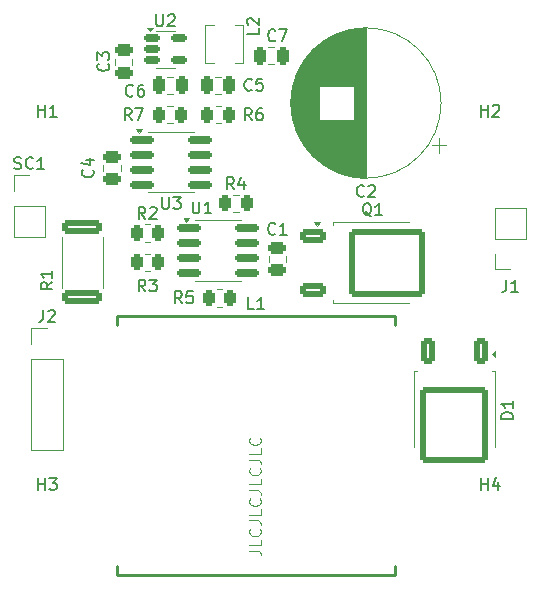
<source format=gbr>
%TF.GenerationSoftware,KiCad,Pcbnew,8.0.5*%
%TF.CreationDate,2024-09-18T15:37:43+10:00*%
%TF.ProjectId,mppt-board,6d707074-2d62-46f6-9172-642e6b696361,rev?*%
%TF.SameCoordinates,Original*%
%TF.FileFunction,Legend,Top*%
%TF.FilePolarity,Positive*%
%FSLAX46Y46*%
G04 Gerber Fmt 4.6, Leading zero omitted, Abs format (unit mm)*
G04 Created by KiCad (PCBNEW 8.0.5) date 2024-09-18 15:37:43*
%MOMM*%
%LPD*%
G01*
G04 APERTURE LIST*
G04 Aperture macros list*
%AMRoundRect*
0 Rectangle with rounded corners*
0 $1 Rounding radius*
0 $2 $3 $4 $5 $6 $7 $8 $9 X,Y pos of 4 corners*
0 Add a 4 corners polygon primitive as box body*
4,1,4,$2,$3,$4,$5,$6,$7,$8,$9,$2,$3,0*
0 Add four circle primitives for the rounded corners*
1,1,$1+$1,$2,$3*
1,1,$1+$1,$4,$5*
1,1,$1+$1,$6,$7*
1,1,$1+$1,$8,$9*
0 Add four rect primitives between the rounded corners*
20,1,$1+$1,$2,$3,$4,$5,0*
20,1,$1+$1,$4,$5,$6,$7,0*
20,1,$1+$1,$6,$7,$8,$9,0*
20,1,$1+$1,$8,$9,$2,$3,0*%
G04 Aperture macros list end*
%ADD10C,0.100000*%
%ADD11C,0.150000*%
%ADD12C,0.250000*%
%ADD13C,0.120000*%
%ADD14R,5.750000X20.000000*%
%ADD15R,1.200000X1.500000*%
%ADD16RoundRect,0.250000X-1.425000X0.362500X-1.425000X-0.362500X1.425000X-0.362500X1.425000X0.362500X0*%
%ADD17RoundRect,0.250000X-0.262500X-0.450000X0.262500X-0.450000X0.262500X0.450000X-0.262500X0.450000X0*%
%ADD18RoundRect,0.250000X0.262500X0.450000X-0.262500X0.450000X-0.262500X-0.450000X0.262500X-0.450000X0*%
%ADD19C,6.400000*%
%ADD20R,2.400000X2.400000*%
%ADD21C,2.400000*%
%ADD22RoundRect,0.150000X-0.825000X-0.150000X0.825000X-0.150000X0.825000X0.150000X-0.825000X0.150000X0*%
%ADD23RoundRect,0.250000X-0.475000X0.250000X-0.475000X-0.250000X0.475000X-0.250000X0.475000X0.250000X0*%
%ADD24RoundRect,0.150000X-0.512500X-0.150000X0.512500X-0.150000X0.512500X0.150000X-0.512500X0.150000X0*%
%ADD25RoundRect,0.250000X0.475000X-0.250000X0.475000X0.250000X-0.475000X0.250000X-0.475000X-0.250000X0*%
%ADD26R,1.700000X1.700000*%
%ADD27O,1.700000X1.700000*%
%ADD28RoundRect,0.250000X-0.250000X-0.475000X0.250000X-0.475000X0.250000X0.475000X-0.250000X0.475000X0*%
%ADD29RoundRect,0.250000X-0.350000X0.850000X-0.350000X-0.850000X0.350000X-0.850000X0.350000X0.850000X0*%
%ADD30RoundRect,0.249997X-2.650003X2.950003X-2.650003X-2.950003X2.650003X-2.950003X2.650003X2.950003X0*%
%ADD31RoundRect,0.250000X0.250000X0.475000X-0.250000X0.475000X-0.250000X-0.475000X0.250000X-0.475000X0*%
%ADD32RoundRect,0.250000X-0.850000X-0.350000X0.850000X-0.350000X0.850000X0.350000X-0.850000X0.350000X0*%
%ADD33RoundRect,0.249997X-2.950003X-2.650003X2.950003X-2.650003X2.950003X2.650003X-2.950003X2.650003X0*%
G04 APERTURE END LIST*
D10*
X83622419Y-95410401D02*
X84336704Y-95410401D01*
X84336704Y-95410401D02*
X84479561Y-95458020D01*
X84479561Y-95458020D02*
X84574800Y-95553258D01*
X84574800Y-95553258D02*
X84622419Y-95696115D01*
X84622419Y-95696115D02*
X84622419Y-95791353D01*
X84622419Y-94458020D02*
X84622419Y-94934210D01*
X84622419Y-94934210D02*
X83622419Y-94934210D01*
X84527180Y-93553258D02*
X84574800Y-93600877D01*
X84574800Y-93600877D02*
X84622419Y-93743734D01*
X84622419Y-93743734D02*
X84622419Y-93838972D01*
X84622419Y-93838972D02*
X84574800Y-93981829D01*
X84574800Y-93981829D02*
X84479561Y-94077067D01*
X84479561Y-94077067D02*
X84384323Y-94124686D01*
X84384323Y-94124686D02*
X84193847Y-94172305D01*
X84193847Y-94172305D02*
X84050990Y-94172305D01*
X84050990Y-94172305D02*
X83860514Y-94124686D01*
X83860514Y-94124686D02*
X83765276Y-94077067D01*
X83765276Y-94077067D02*
X83670038Y-93981829D01*
X83670038Y-93981829D02*
X83622419Y-93838972D01*
X83622419Y-93838972D02*
X83622419Y-93743734D01*
X83622419Y-93743734D02*
X83670038Y-93600877D01*
X83670038Y-93600877D02*
X83717657Y-93553258D01*
X83622419Y-92838972D02*
X84336704Y-92838972D01*
X84336704Y-92838972D02*
X84479561Y-92886591D01*
X84479561Y-92886591D02*
X84574800Y-92981829D01*
X84574800Y-92981829D02*
X84622419Y-93124686D01*
X84622419Y-93124686D02*
X84622419Y-93219924D01*
X84622419Y-91886591D02*
X84622419Y-92362781D01*
X84622419Y-92362781D02*
X83622419Y-92362781D01*
X84527180Y-90981829D02*
X84574800Y-91029448D01*
X84574800Y-91029448D02*
X84622419Y-91172305D01*
X84622419Y-91172305D02*
X84622419Y-91267543D01*
X84622419Y-91267543D02*
X84574800Y-91410400D01*
X84574800Y-91410400D02*
X84479561Y-91505638D01*
X84479561Y-91505638D02*
X84384323Y-91553257D01*
X84384323Y-91553257D02*
X84193847Y-91600876D01*
X84193847Y-91600876D02*
X84050990Y-91600876D01*
X84050990Y-91600876D02*
X83860514Y-91553257D01*
X83860514Y-91553257D02*
X83765276Y-91505638D01*
X83765276Y-91505638D02*
X83670038Y-91410400D01*
X83670038Y-91410400D02*
X83622419Y-91267543D01*
X83622419Y-91267543D02*
X83622419Y-91172305D01*
X83622419Y-91172305D02*
X83670038Y-91029448D01*
X83670038Y-91029448D02*
X83717657Y-90981829D01*
X83622419Y-90267543D02*
X84336704Y-90267543D01*
X84336704Y-90267543D02*
X84479561Y-90315162D01*
X84479561Y-90315162D02*
X84574800Y-90410400D01*
X84574800Y-90410400D02*
X84622419Y-90553257D01*
X84622419Y-90553257D02*
X84622419Y-90648495D01*
X84622419Y-89315162D02*
X84622419Y-89791352D01*
X84622419Y-89791352D02*
X83622419Y-89791352D01*
X84527180Y-88410400D02*
X84574800Y-88458019D01*
X84574800Y-88458019D02*
X84622419Y-88600876D01*
X84622419Y-88600876D02*
X84622419Y-88696114D01*
X84622419Y-88696114D02*
X84574800Y-88838971D01*
X84574800Y-88838971D02*
X84479561Y-88934209D01*
X84479561Y-88934209D02*
X84384323Y-88981828D01*
X84384323Y-88981828D02*
X84193847Y-89029447D01*
X84193847Y-89029447D02*
X84050990Y-89029447D01*
X84050990Y-89029447D02*
X83860514Y-88981828D01*
X83860514Y-88981828D02*
X83765276Y-88934209D01*
X83765276Y-88934209D02*
X83670038Y-88838971D01*
X83670038Y-88838971D02*
X83622419Y-88696114D01*
X83622419Y-88696114D02*
X83622419Y-88600876D01*
X83622419Y-88600876D02*
X83670038Y-88458019D01*
X83670038Y-88458019D02*
X83717657Y-88410400D01*
X83622419Y-87696114D02*
X84336704Y-87696114D01*
X84336704Y-87696114D02*
X84479561Y-87743733D01*
X84479561Y-87743733D02*
X84574800Y-87838971D01*
X84574800Y-87838971D02*
X84622419Y-87981828D01*
X84622419Y-87981828D02*
X84622419Y-88077066D01*
X84622419Y-86743733D02*
X84622419Y-87219923D01*
X84622419Y-87219923D02*
X83622419Y-87219923D01*
X84527180Y-85838971D02*
X84574800Y-85886590D01*
X84574800Y-85886590D02*
X84622419Y-86029447D01*
X84622419Y-86029447D02*
X84622419Y-86124685D01*
X84622419Y-86124685D02*
X84574800Y-86267542D01*
X84574800Y-86267542D02*
X84479561Y-86362780D01*
X84479561Y-86362780D02*
X84384323Y-86410399D01*
X84384323Y-86410399D02*
X84193847Y-86458018D01*
X84193847Y-86458018D02*
X84050990Y-86458018D01*
X84050990Y-86458018D02*
X83860514Y-86410399D01*
X83860514Y-86410399D02*
X83765276Y-86362780D01*
X83765276Y-86362780D02*
X83670038Y-86267542D01*
X83670038Y-86267542D02*
X83622419Y-86124685D01*
X83622419Y-86124685D02*
X83622419Y-86029447D01*
X83622419Y-86029447D02*
X83670038Y-85886590D01*
X83670038Y-85886590D02*
X83717657Y-85838971D01*
D11*
X84033333Y-74954819D02*
X83557143Y-74954819D01*
X83557143Y-74954819D02*
X83557143Y-73954819D01*
X84890476Y-74954819D02*
X84319048Y-74954819D01*
X84604762Y-74954819D02*
X84604762Y-73954819D01*
X84604762Y-73954819D02*
X84509524Y-74097676D01*
X84509524Y-74097676D02*
X84414286Y-74192914D01*
X84414286Y-74192914D02*
X84319048Y-74240533D01*
X84454819Y-51166666D02*
X84454819Y-51642856D01*
X84454819Y-51642856D02*
X83454819Y-51642856D01*
X83550057Y-50880951D02*
X83502438Y-50833332D01*
X83502438Y-50833332D02*
X83454819Y-50738094D01*
X83454819Y-50738094D02*
X83454819Y-50499999D01*
X83454819Y-50499999D02*
X83502438Y-50404761D01*
X83502438Y-50404761D02*
X83550057Y-50357142D01*
X83550057Y-50357142D02*
X83645295Y-50309523D01*
X83645295Y-50309523D02*
X83740533Y-50309523D01*
X83740533Y-50309523D02*
X83883390Y-50357142D01*
X83883390Y-50357142D02*
X84454819Y-50928570D01*
X84454819Y-50928570D02*
X84454819Y-50309523D01*
X66954819Y-72666666D02*
X66478628Y-72999999D01*
X66954819Y-73238094D02*
X65954819Y-73238094D01*
X65954819Y-73238094D02*
X65954819Y-72857142D01*
X65954819Y-72857142D02*
X66002438Y-72761904D01*
X66002438Y-72761904D02*
X66050057Y-72714285D01*
X66050057Y-72714285D02*
X66145295Y-72666666D01*
X66145295Y-72666666D02*
X66288152Y-72666666D01*
X66288152Y-72666666D02*
X66383390Y-72714285D01*
X66383390Y-72714285D02*
X66431009Y-72761904D01*
X66431009Y-72761904D02*
X66478628Y-72857142D01*
X66478628Y-72857142D02*
X66478628Y-73238094D01*
X66954819Y-71714285D02*
X66954819Y-72285713D01*
X66954819Y-71999999D02*
X65954819Y-71999999D01*
X65954819Y-71999999D02*
X66097676Y-72095237D01*
X66097676Y-72095237D02*
X66192914Y-72190475D01*
X66192914Y-72190475D02*
X66240533Y-72285713D01*
X74833333Y-67304819D02*
X74500000Y-66828628D01*
X74261905Y-67304819D02*
X74261905Y-66304819D01*
X74261905Y-66304819D02*
X74642857Y-66304819D01*
X74642857Y-66304819D02*
X74738095Y-66352438D01*
X74738095Y-66352438D02*
X74785714Y-66400057D01*
X74785714Y-66400057D02*
X74833333Y-66495295D01*
X74833333Y-66495295D02*
X74833333Y-66638152D01*
X74833333Y-66638152D02*
X74785714Y-66733390D01*
X74785714Y-66733390D02*
X74738095Y-66781009D01*
X74738095Y-66781009D02*
X74642857Y-66828628D01*
X74642857Y-66828628D02*
X74261905Y-66828628D01*
X75214286Y-66400057D02*
X75261905Y-66352438D01*
X75261905Y-66352438D02*
X75357143Y-66304819D01*
X75357143Y-66304819D02*
X75595238Y-66304819D01*
X75595238Y-66304819D02*
X75690476Y-66352438D01*
X75690476Y-66352438D02*
X75738095Y-66400057D01*
X75738095Y-66400057D02*
X75785714Y-66495295D01*
X75785714Y-66495295D02*
X75785714Y-66590533D01*
X75785714Y-66590533D02*
X75738095Y-66733390D01*
X75738095Y-66733390D02*
X75166667Y-67304819D01*
X75166667Y-67304819D02*
X75785714Y-67304819D01*
X73658333Y-58954819D02*
X73325000Y-58478628D01*
X73086905Y-58954819D02*
X73086905Y-57954819D01*
X73086905Y-57954819D02*
X73467857Y-57954819D01*
X73467857Y-57954819D02*
X73563095Y-58002438D01*
X73563095Y-58002438D02*
X73610714Y-58050057D01*
X73610714Y-58050057D02*
X73658333Y-58145295D01*
X73658333Y-58145295D02*
X73658333Y-58288152D01*
X73658333Y-58288152D02*
X73610714Y-58383390D01*
X73610714Y-58383390D02*
X73563095Y-58431009D01*
X73563095Y-58431009D02*
X73467857Y-58478628D01*
X73467857Y-58478628D02*
X73086905Y-58478628D01*
X73991667Y-57954819D02*
X74658333Y-57954819D01*
X74658333Y-57954819D02*
X74229762Y-58954819D01*
X77920833Y-74454819D02*
X77587500Y-73978628D01*
X77349405Y-74454819D02*
X77349405Y-73454819D01*
X77349405Y-73454819D02*
X77730357Y-73454819D01*
X77730357Y-73454819D02*
X77825595Y-73502438D01*
X77825595Y-73502438D02*
X77873214Y-73550057D01*
X77873214Y-73550057D02*
X77920833Y-73645295D01*
X77920833Y-73645295D02*
X77920833Y-73788152D01*
X77920833Y-73788152D02*
X77873214Y-73883390D01*
X77873214Y-73883390D02*
X77825595Y-73931009D01*
X77825595Y-73931009D02*
X77730357Y-73978628D01*
X77730357Y-73978628D02*
X77349405Y-73978628D01*
X78825595Y-73454819D02*
X78349405Y-73454819D01*
X78349405Y-73454819D02*
X78301786Y-73931009D01*
X78301786Y-73931009D02*
X78349405Y-73883390D01*
X78349405Y-73883390D02*
X78444643Y-73835771D01*
X78444643Y-73835771D02*
X78682738Y-73835771D01*
X78682738Y-73835771D02*
X78777976Y-73883390D01*
X78777976Y-73883390D02*
X78825595Y-73931009D01*
X78825595Y-73931009D02*
X78873214Y-74026247D01*
X78873214Y-74026247D02*
X78873214Y-74264342D01*
X78873214Y-74264342D02*
X78825595Y-74359580D01*
X78825595Y-74359580D02*
X78777976Y-74407200D01*
X78777976Y-74407200D02*
X78682738Y-74454819D01*
X78682738Y-74454819D02*
X78444643Y-74454819D01*
X78444643Y-74454819D02*
X78349405Y-74407200D01*
X78349405Y-74407200D02*
X78301786Y-74359580D01*
X82333333Y-64804819D02*
X82000000Y-64328628D01*
X81761905Y-64804819D02*
X81761905Y-63804819D01*
X81761905Y-63804819D02*
X82142857Y-63804819D01*
X82142857Y-63804819D02*
X82238095Y-63852438D01*
X82238095Y-63852438D02*
X82285714Y-63900057D01*
X82285714Y-63900057D02*
X82333333Y-63995295D01*
X82333333Y-63995295D02*
X82333333Y-64138152D01*
X82333333Y-64138152D02*
X82285714Y-64233390D01*
X82285714Y-64233390D02*
X82238095Y-64281009D01*
X82238095Y-64281009D02*
X82142857Y-64328628D01*
X82142857Y-64328628D02*
X81761905Y-64328628D01*
X83190476Y-64138152D02*
X83190476Y-64804819D01*
X82952381Y-63757200D02*
X82714286Y-64471485D01*
X82714286Y-64471485D02*
X83333333Y-64471485D01*
X65738095Y-90254819D02*
X65738095Y-89254819D01*
X65738095Y-89731009D02*
X66309523Y-89731009D01*
X66309523Y-90254819D02*
X66309523Y-89254819D01*
X66690476Y-89254819D02*
X67309523Y-89254819D01*
X67309523Y-89254819D02*
X66976190Y-89635771D01*
X66976190Y-89635771D02*
X67119047Y-89635771D01*
X67119047Y-89635771D02*
X67214285Y-89683390D01*
X67214285Y-89683390D02*
X67261904Y-89731009D01*
X67261904Y-89731009D02*
X67309523Y-89826247D01*
X67309523Y-89826247D02*
X67309523Y-90064342D01*
X67309523Y-90064342D02*
X67261904Y-90159580D01*
X67261904Y-90159580D02*
X67214285Y-90207200D01*
X67214285Y-90207200D02*
X67119047Y-90254819D01*
X67119047Y-90254819D02*
X66833333Y-90254819D01*
X66833333Y-90254819D02*
X66738095Y-90207200D01*
X66738095Y-90207200D02*
X66690476Y-90159580D01*
X93333333Y-65359580D02*
X93285714Y-65407200D01*
X93285714Y-65407200D02*
X93142857Y-65454819D01*
X93142857Y-65454819D02*
X93047619Y-65454819D01*
X93047619Y-65454819D02*
X92904762Y-65407200D01*
X92904762Y-65407200D02*
X92809524Y-65311961D01*
X92809524Y-65311961D02*
X92761905Y-65216723D01*
X92761905Y-65216723D02*
X92714286Y-65026247D01*
X92714286Y-65026247D02*
X92714286Y-64883390D01*
X92714286Y-64883390D02*
X92761905Y-64692914D01*
X92761905Y-64692914D02*
X92809524Y-64597676D01*
X92809524Y-64597676D02*
X92904762Y-64502438D01*
X92904762Y-64502438D02*
X93047619Y-64454819D01*
X93047619Y-64454819D02*
X93142857Y-64454819D01*
X93142857Y-64454819D02*
X93285714Y-64502438D01*
X93285714Y-64502438D02*
X93333333Y-64550057D01*
X93714286Y-64550057D02*
X93761905Y-64502438D01*
X93761905Y-64502438D02*
X93857143Y-64454819D01*
X93857143Y-64454819D02*
X94095238Y-64454819D01*
X94095238Y-64454819D02*
X94190476Y-64502438D01*
X94190476Y-64502438D02*
X94238095Y-64550057D01*
X94238095Y-64550057D02*
X94285714Y-64645295D01*
X94285714Y-64645295D02*
X94285714Y-64740533D01*
X94285714Y-64740533D02*
X94238095Y-64883390D01*
X94238095Y-64883390D02*
X93666667Y-65454819D01*
X93666667Y-65454819D02*
X94285714Y-65454819D01*
X74833333Y-73454819D02*
X74500000Y-72978628D01*
X74261905Y-73454819D02*
X74261905Y-72454819D01*
X74261905Y-72454819D02*
X74642857Y-72454819D01*
X74642857Y-72454819D02*
X74738095Y-72502438D01*
X74738095Y-72502438D02*
X74785714Y-72550057D01*
X74785714Y-72550057D02*
X74833333Y-72645295D01*
X74833333Y-72645295D02*
X74833333Y-72788152D01*
X74833333Y-72788152D02*
X74785714Y-72883390D01*
X74785714Y-72883390D02*
X74738095Y-72931009D01*
X74738095Y-72931009D02*
X74642857Y-72978628D01*
X74642857Y-72978628D02*
X74261905Y-72978628D01*
X75166667Y-72454819D02*
X75785714Y-72454819D01*
X75785714Y-72454819D02*
X75452381Y-72835771D01*
X75452381Y-72835771D02*
X75595238Y-72835771D01*
X75595238Y-72835771D02*
X75690476Y-72883390D01*
X75690476Y-72883390D02*
X75738095Y-72931009D01*
X75738095Y-72931009D02*
X75785714Y-73026247D01*
X75785714Y-73026247D02*
X75785714Y-73264342D01*
X75785714Y-73264342D02*
X75738095Y-73359580D01*
X75738095Y-73359580D02*
X75690476Y-73407200D01*
X75690476Y-73407200D02*
X75595238Y-73454819D01*
X75595238Y-73454819D02*
X75309524Y-73454819D01*
X75309524Y-73454819D02*
X75214286Y-73407200D01*
X75214286Y-73407200D02*
X75166667Y-73359580D01*
X76238095Y-65454819D02*
X76238095Y-66264342D01*
X76238095Y-66264342D02*
X76285714Y-66359580D01*
X76285714Y-66359580D02*
X76333333Y-66407200D01*
X76333333Y-66407200D02*
X76428571Y-66454819D01*
X76428571Y-66454819D02*
X76619047Y-66454819D01*
X76619047Y-66454819D02*
X76714285Y-66407200D01*
X76714285Y-66407200D02*
X76761904Y-66359580D01*
X76761904Y-66359580D02*
X76809523Y-66264342D01*
X76809523Y-66264342D02*
X76809523Y-65454819D01*
X77190476Y-65454819D02*
X77809523Y-65454819D01*
X77809523Y-65454819D02*
X77476190Y-65835771D01*
X77476190Y-65835771D02*
X77619047Y-65835771D01*
X77619047Y-65835771D02*
X77714285Y-65883390D01*
X77714285Y-65883390D02*
X77761904Y-65931009D01*
X77761904Y-65931009D02*
X77809523Y-66026247D01*
X77809523Y-66026247D02*
X77809523Y-66264342D01*
X77809523Y-66264342D02*
X77761904Y-66359580D01*
X77761904Y-66359580D02*
X77714285Y-66407200D01*
X77714285Y-66407200D02*
X77619047Y-66454819D01*
X77619047Y-66454819D02*
X77333333Y-66454819D01*
X77333333Y-66454819D02*
X77238095Y-66407200D01*
X77238095Y-66407200D02*
X77190476Y-66359580D01*
X85833333Y-68559580D02*
X85785714Y-68607200D01*
X85785714Y-68607200D02*
X85642857Y-68654819D01*
X85642857Y-68654819D02*
X85547619Y-68654819D01*
X85547619Y-68654819D02*
X85404762Y-68607200D01*
X85404762Y-68607200D02*
X85309524Y-68511961D01*
X85309524Y-68511961D02*
X85261905Y-68416723D01*
X85261905Y-68416723D02*
X85214286Y-68226247D01*
X85214286Y-68226247D02*
X85214286Y-68083390D01*
X85214286Y-68083390D02*
X85261905Y-67892914D01*
X85261905Y-67892914D02*
X85309524Y-67797676D01*
X85309524Y-67797676D02*
X85404762Y-67702438D01*
X85404762Y-67702438D02*
X85547619Y-67654819D01*
X85547619Y-67654819D02*
X85642857Y-67654819D01*
X85642857Y-67654819D02*
X85785714Y-67702438D01*
X85785714Y-67702438D02*
X85833333Y-67750057D01*
X86785714Y-68654819D02*
X86214286Y-68654819D01*
X86500000Y-68654819D02*
X86500000Y-67654819D01*
X86500000Y-67654819D02*
X86404762Y-67797676D01*
X86404762Y-67797676D02*
X86309524Y-67892914D01*
X86309524Y-67892914D02*
X86214286Y-67940533D01*
X75750595Y-50004819D02*
X75750595Y-50814342D01*
X75750595Y-50814342D02*
X75798214Y-50909580D01*
X75798214Y-50909580D02*
X75845833Y-50957200D01*
X75845833Y-50957200D02*
X75941071Y-51004819D01*
X75941071Y-51004819D02*
X76131547Y-51004819D01*
X76131547Y-51004819D02*
X76226785Y-50957200D01*
X76226785Y-50957200D02*
X76274404Y-50909580D01*
X76274404Y-50909580D02*
X76322023Y-50814342D01*
X76322023Y-50814342D02*
X76322023Y-50004819D01*
X76750595Y-50100057D02*
X76798214Y-50052438D01*
X76798214Y-50052438D02*
X76893452Y-50004819D01*
X76893452Y-50004819D02*
X77131547Y-50004819D01*
X77131547Y-50004819D02*
X77226785Y-50052438D01*
X77226785Y-50052438D02*
X77274404Y-50100057D01*
X77274404Y-50100057D02*
X77322023Y-50195295D01*
X77322023Y-50195295D02*
X77322023Y-50290533D01*
X77322023Y-50290533D02*
X77274404Y-50433390D01*
X77274404Y-50433390D02*
X76702976Y-51004819D01*
X76702976Y-51004819D02*
X77322023Y-51004819D01*
X103238095Y-58654819D02*
X103238095Y-57654819D01*
X103238095Y-58131009D02*
X103809523Y-58131009D01*
X103809523Y-58654819D02*
X103809523Y-57654819D01*
X104238095Y-57750057D02*
X104285714Y-57702438D01*
X104285714Y-57702438D02*
X104380952Y-57654819D01*
X104380952Y-57654819D02*
X104619047Y-57654819D01*
X104619047Y-57654819D02*
X104714285Y-57702438D01*
X104714285Y-57702438D02*
X104761904Y-57750057D01*
X104761904Y-57750057D02*
X104809523Y-57845295D01*
X104809523Y-57845295D02*
X104809523Y-57940533D01*
X104809523Y-57940533D02*
X104761904Y-58083390D01*
X104761904Y-58083390D02*
X104190476Y-58654819D01*
X104190476Y-58654819D02*
X104809523Y-58654819D01*
X71679580Y-54166666D02*
X71727200Y-54214285D01*
X71727200Y-54214285D02*
X71774819Y-54357142D01*
X71774819Y-54357142D02*
X71774819Y-54452380D01*
X71774819Y-54452380D02*
X71727200Y-54595237D01*
X71727200Y-54595237D02*
X71631961Y-54690475D01*
X71631961Y-54690475D02*
X71536723Y-54738094D01*
X71536723Y-54738094D02*
X71346247Y-54785713D01*
X71346247Y-54785713D02*
X71203390Y-54785713D01*
X71203390Y-54785713D02*
X71012914Y-54738094D01*
X71012914Y-54738094D02*
X70917676Y-54690475D01*
X70917676Y-54690475D02*
X70822438Y-54595237D01*
X70822438Y-54595237D02*
X70774819Y-54452380D01*
X70774819Y-54452380D02*
X70774819Y-54357142D01*
X70774819Y-54357142D02*
X70822438Y-54214285D01*
X70822438Y-54214285D02*
X70870057Y-54166666D01*
X70774819Y-53833332D02*
X70774819Y-53214285D01*
X70774819Y-53214285D02*
X71155771Y-53547618D01*
X71155771Y-53547618D02*
X71155771Y-53404761D01*
X71155771Y-53404761D02*
X71203390Y-53309523D01*
X71203390Y-53309523D02*
X71251009Y-53261904D01*
X71251009Y-53261904D02*
X71346247Y-53214285D01*
X71346247Y-53214285D02*
X71584342Y-53214285D01*
X71584342Y-53214285D02*
X71679580Y-53261904D01*
X71679580Y-53261904D02*
X71727200Y-53309523D01*
X71727200Y-53309523D02*
X71774819Y-53404761D01*
X71774819Y-53404761D02*
X71774819Y-53690475D01*
X71774819Y-53690475D02*
X71727200Y-53785713D01*
X71727200Y-53785713D02*
X71679580Y-53833332D01*
X66166666Y-75044819D02*
X66166666Y-75759104D01*
X66166666Y-75759104D02*
X66119047Y-75901961D01*
X66119047Y-75901961D02*
X66023809Y-75997200D01*
X66023809Y-75997200D02*
X65880952Y-76044819D01*
X65880952Y-76044819D02*
X65785714Y-76044819D01*
X66595238Y-75140057D02*
X66642857Y-75092438D01*
X66642857Y-75092438D02*
X66738095Y-75044819D01*
X66738095Y-75044819D02*
X66976190Y-75044819D01*
X66976190Y-75044819D02*
X67071428Y-75092438D01*
X67071428Y-75092438D02*
X67119047Y-75140057D01*
X67119047Y-75140057D02*
X67166666Y-75235295D01*
X67166666Y-75235295D02*
X67166666Y-75330533D01*
X67166666Y-75330533D02*
X67119047Y-75473390D01*
X67119047Y-75473390D02*
X66547619Y-76044819D01*
X66547619Y-76044819D02*
X67166666Y-76044819D01*
X78838095Y-65854819D02*
X78838095Y-66664342D01*
X78838095Y-66664342D02*
X78885714Y-66759580D01*
X78885714Y-66759580D02*
X78933333Y-66807200D01*
X78933333Y-66807200D02*
X79028571Y-66854819D01*
X79028571Y-66854819D02*
X79219047Y-66854819D01*
X79219047Y-66854819D02*
X79314285Y-66807200D01*
X79314285Y-66807200D02*
X79361904Y-66759580D01*
X79361904Y-66759580D02*
X79409523Y-66664342D01*
X79409523Y-66664342D02*
X79409523Y-65854819D01*
X80409523Y-66854819D02*
X79838095Y-66854819D01*
X80123809Y-66854819D02*
X80123809Y-65854819D01*
X80123809Y-65854819D02*
X80028571Y-65997676D01*
X80028571Y-65997676D02*
X79933333Y-66092914D01*
X79933333Y-66092914D02*
X79838095Y-66140533D01*
X85833333Y-52179580D02*
X85785714Y-52227200D01*
X85785714Y-52227200D02*
X85642857Y-52274819D01*
X85642857Y-52274819D02*
X85547619Y-52274819D01*
X85547619Y-52274819D02*
X85404762Y-52227200D01*
X85404762Y-52227200D02*
X85309524Y-52131961D01*
X85309524Y-52131961D02*
X85261905Y-52036723D01*
X85261905Y-52036723D02*
X85214286Y-51846247D01*
X85214286Y-51846247D02*
X85214286Y-51703390D01*
X85214286Y-51703390D02*
X85261905Y-51512914D01*
X85261905Y-51512914D02*
X85309524Y-51417676D01*
X85309524Y-51417676D02*
X85404762Y-51322438D01*
X85404762Y-51322438D02*
X85547619Y-51274819D01*
X85547619Y-51274819D02*
X85642857Y-51274819D01*
X85642857Y-51274819D02*
X85785714Y-51322438D01*
X85785714Y-51322438D02*
X85833333Y-51370057D01*
X86166667Y-51274819D02*
X86833333Y-51274819D01*
X86833333Y-51274819D02*
X86404762Y-52274819D01*
X70359580Y-63166666D02*
X70407200Y-63214285D01*
X70407200Y-63214285D02*
X70454819Y-63357142D01*
X70454819Y-63357142D02*
X70454819Y-63452380D01*
X70454819Y-63452380D02*
X70407200Y-63595237D01*
X70407200Y-63595237D02*
X70311961Y-63690475D01*
X70311961Y-63690475D02*
X70216723Y-63738094D01*
X70216723Y-63738094D02*
X70026247Y-63785713D01*
X70026247Y-63785713D02*
X69883390Y-63785713D01*
X69883390Y-63785713D02*
X69692914Y-63738094D01*
X69692914Y-63738094D02*
X69597676Y-63690475D01*
X69597676Y-63690475D02*
X69502438Y-63595237D01*
X69502438Y-63595237D02*
X69454819Y-63452380D01*
X69454819Y-63452380D02*
X69454819Y-63357142D01*
X69454819Y-63357142D02*
X69502438Y-63214285D01*
X69502438Y-63214285D02*
X69550057Y-63166666D01*
X69788152Y-62309523D02*
X70454819Y-62309523D01*
X69407200Y-62547618D02*
X70121485Y-62785713D01*
X70121485Y-62785713D02*
X70121485Y-62166666D01*
X105954819Y-84238094D02*
X104954819Y-84238094D01*
X104954819Y-84238094D02*
X104954819Y-83999999D01*
X104954819Y-83999999D02*
X105002438Y-83857142D01*
X105002438Y-83857142D02*
X105097676Y-83761904D01*
X105097676Y-83761904D02*
X105192914Y-83714285D01*
X105192914Y-83714285D02*
X105383390Y-83666666D01*
X105383390Y-83666666D02*
X105526247Y-83666666D01*
X105526247Y-83666666D02*
X105716723Y-83714285D01*
X105716723Y-83714285D02*
X105811961Y-83761904D01*
X105811961Y-83761904D02*
X105907200Y-83857142D01*
X105907200Y-83857142D02*
X105954819Y-83999999D01*
X105954819Y-83999999D02*
X105954819Y-84238094D01*
X105954819Y-82714285D02*
X105954819Y-83285713D01*
X105954819Y-82999999D02*
X104954819Y-82999999D01*
X104954819Y-82999999D02*
X105097676Y-83095237D01*
X105097676Y-83095237D02*
X105192914Y-83190475D01*
X105192914Y-83190475D02*
X105240533Y-83285713D01*
X63738095Y-63037200D02*
X63880952Y-63084819D01*
X63880952Y-63084819D02*
X64119047Y-63084819D01*
X64119047Y-63084819D02*
X64214285Y-63037200D01*
X64214285Y-63037200D02*
X64261904Y-62989580D01*
X64261904Y-62989580D02*
X64309523Y-62894342D01*
X64309523Y-62894342D02*
X64309523Y-62799104D01*
X64309523Y-62799104D02*
X64261904Y-62703866D01*
X64261904Y-62703866D02*
X64214285Y-62656247D01*
X64214285Y-62656247D02*
X64119047Y-62608628D01*
X64119047Y-62608628D02*
X63928571Y-62561009D01*
X63928571Y-62561009D02*
X63833333Y-62513390D01*
X63833333Y-62513390D02*
X63785714Y-62465771D01*
X63785714Y-62465771D02*
X63738095Y-62370533D01*
X63738095Y-62370533D02*
X63738095Y-62275295D01*
X63738095Y-62275295D02*
X63785714Y-62180057D01*
X63785714Y-62180057D02*
X63833333Y-62132438D01*
X63833333Y-62132438D02*
X63928571Y-62084819D01*
X63928571Y-62084819D02*
X64166666Y-62084819D01*
X64166666Y-62084819D02*
X64309523Y-62132438D01*
X65309523Y-62989580D02*
X65261904Y-63037200D01*
X65261904Y-63037200D02*
X65119047Y-63084819D01*
X65119047Y-63084819D02*
X65023809Y-63084819D01*
X65023809Y-63084819D02*
X64880952Y-63037200D01*
X64880952Y-63037200D02*
X64785714Y-62941961D01*
X64785714Y-62941961D02*
X64738095Y-62846723D01*
X64738095Y-62846723D02*
X64690476Y-62656247D01*
X64690476Y-62656247D02*
X64690476Y-62513390D01*
X64690476Y-62513390D02*
X64738095Y-62322914D01*
X64738095Y-62322914D02*
X64785714Y-62227676D01*
X64785714Y-62227676D02*
X64880952Y-62132438D01*
X64880952Y-62132438D02*
X65023809Y-62084819D01*
X65023809Y-62084819D02*
X65119047Y-62084819D01*
X65119047Y-62084819D02*
X65261904Y-62132438D01*
X65261904Y-62132438D02*
X65309523Y-62180057D01*
X66261904Y-63084819D02*
X65690476Y-63084819D01*
X65976190Y-63084819D02*
X65976190Y-62084819D01*
X65976190Y-62084819D02*
X65880952Y-62227676D01*
X65880952Y-62227676D02*
X65785714Y-62322914D01*
X65785714Y-62322914D02*
X65690476Y-62370533D01*
X65738095Y-58654819D02*
X65738095Y-57654819D01*
X65738095Y-58131009D02*
X66309523Y-58131009D01*
X66309523Y-58654819D02*
X66309523Y-57654819D01*
X67309523Y-58654819D02*
X66738095Y-58654819D01*
X67023809Y-58654819D02*
X67023809Y-57654819D01*
X67023809Y-57654819D02*
X66928571Y-57797676D01*
X66928571Y-57797676D02*
X66833333Y-57892914D01*
X66833333Y-57892914D02*
X66738095Y-57940533D01*
X83833333Y-56359580D02*
X83785714Y-56407200D01*
X83785714Y-56407200D02*
X83642857Y-56454819D01*
X83642857Y-56454819D02*
X83547619Y-56454819D01*
X83547619Y-56454819D02*
X83404762Y-56407200D01*
X83404762Y-56407200D02*
X83309524Y-56311961D01*
X83309524Y-56311961D02*
X83261905Y-56216723D01*
X83261905Y-56216723D02*
X83214286Y-56026247D01*
X83214286Y-56026247D02*
X83214286Y-55883390D01*
X83214286Y-55883390D02*
X83261905Y-55692914D01*
X83261905Y-55692914D02*
X83309524Y-55597676D01*
X83309524Y-55597676D02*
X83404762Y-55502438D01*
X83404762Y-55502438D02*
X83547619Y-55454819D01*
X83547619Y-55454819D02*
X83642857Y-55454819D01*
X83642857Y-55454819D02*
X83785714Y-55502438D01*
X83785714Y-55502438D02*
X83833333Y-55550057D01*
X84738095Y-55454819D02*
X84261905Y-55454819D01*
X84261905Y-55454819D02*
X84214286Y-55931009D01*
X84214286Y-55931009D02*
X84261905Y-55883390D01*
X84261905Y-55883390D02*
X84357143Y-55835771D01*
X84357143Y-55835771D02*
X84595238Y-55835771D01*
X84595238Y-55835771D02*
X84690476Y-55883390D01*
X84690476Y-55883390D02*
X84738095Y-55931009D01*
X84738095Y-55931009D02*
X84785714Y-56026247D01*
X84785714Y-56026247D02*
X84785714Y-56264342D01*
X84785714Y-56264342D02*
X84738095Y-56359580D01*
X84738095Y-56359580D02*
X84690476Y-56407200D01*
X84690476Y-56407200D02*
X84595238Y-56454819D01*
X84595238Y-56454819D02*
X84357143Y-56454819D01*
X84357143Y-56454819D02*
X84261905Y-56407200D01*
X84261905Y-56407200D02*
X84214286Y-56359580D01*
X93969761Y-67075057D02*
X93874523Y-67027438D01*
X93874523Y-67027438D02*
X93779285Y-66932200D01*
X93779285Y-66932200D02*
X93636428Y-66789342D01*
X93636428Y-66789342D02*
X93541190Y-66741723D01*
X93541190Y-66741723D02*
X93445952Y-66741723D01*
X93493571Y-66979819D02*
X93398333Y-66932200D01*
X93398333Y-66932200D02*
X93303095Y-66836961D01*
X93303095Y-66836961D02*
X93255476Y-66646485D01*
X93255476Y-66646485D02*
X93255476Y-66313152D01*
X93255476Y-66313152D02*
X93303095Y-66122676D01*
X93303095Y-66122676D02*
X93398333Y-66027438D01*
X93398333Y-66027438D02*
X93493571Y-65979819D01*
X93493571Y-65979819D02*
X93684047Y-65979819D01*
X93684047Y-65979819D02*
X93779285Y-66027438D01*
X93779285Y-66027438D02*
X93874523Y-66122676D01*
X93874523Y-66122676D02*
X93922142Y-66313152D01*
X93922142Y-66313152D02*
X93922142Y-66646485D01*
X93922142Y-66646485D02*
X93874523Y-66836961D01*
X93874523Y-66836961D02*
X93779285Y-66932200D01*
X93779285Y-66932200D02*
X93684047Y-66979819D01*
X93684047Y-66979819D02*
X93493571Y-66979819D01*
X94874523Y-66979819D02*
X94303095Y-66979819D01*
X94588809Y-66979819D02*
X94588809Y-65979819D01*
X94588809Y-65979819D02*
X94493571Y-66122676D01*
X94493571Y-66122676D02*
X94398333Y-66217914D01*
X94398333Y-66217914D02*
X94303095Y-66265533D01*
X83833333Y-58954819D02*
X83500000Y-58478628D01*
X83261905Y-58954819D02*
X83261905Y-57954819D01*
X83261905Y-57954819D02*
X83642857Y-57954819D01*
X83642857Y-57954819D02*
X83738095Y-58002438D01*
X83738095Y-58002438D02*
X83785714Y-58050057D01*
X83785714Y-58050057D02*
X83833333Y-58145295D01*
X83833333Y-58145295D02*
X83833333Y-58288152D01*
X83833333Y-58288152D02*
X83785714Y-58383390D01*
X83785714Y-58383390D02*
X83738095Y-58431009D01*
X83738095Y-58431009D02*
X83642857Y-58478628D01*
X83642857Y-58478628D02*
X83261905Y-58478628D01*
X84690476Y-57954819D02*
X84500000Y-57954819D01*
X84500000Y-57954819D02*
X84404762Y-58002438D01*
X84404762Y-58002438D02*
X84357143Y-58050057D01*
X84357143Y-58050057D02*
X84261905Y-58192914D01*
X84261905Y-58192914D02*
X84214286Y-58383390D01*
X84214286Y-58383390D02*
X84214286Y-58764342D01*
X84214286Y-58764342D02*
X84261905Y-58859580D01*
X84261905Y-58859580D02*
X84309524Y-58907200D01*
X84309524Y-58907200D02*
X84404762Y-58954819D01*
X84404762Y-58954819D02*
X84595238Y-58954819D01*
X84595238Y-58954819D02*
X84690476Y-58907200D01*
X84690476Y-58907200D02*
X84738095Y-58859580D01*
X84738095Y-58859580D02*
X84785714Y-58764342D01*
X84785714Y-58764342D02*
X84785714Y-58526247D01*
X84785714Y-58526247D02*
X84738095Y-58431009D01*
X84738095Y-58431009D02*
X84690476Y-58383390D01*
X84690476Y-58383390D02*
X84595238Y-58335771D01*
X84595238Y-58335771D02*
X84404762Y-58335771D01*
X84404762Y-58335771D02*
X84309524Y-58383390D01*
X84309524Y-58383390D02*
X84261905Y-58431009D01*
X84261905Y-58431009D02*
X84214286Y-58526247D01*
X73783333Y-56859580D02*
X73735714Y-56907200D01*
X73735714Y-56907200D02*
X73592857Y-56954819D01*
X73592857Y-56954819D02*
X73497619Y-56954819D01*
X73497619Y-56954819D02*
X73354762Y-56907200D01*
X73354762Y-56907200D02*
X73259524Y-56811961D01*
X73259524Y-56811961D02*
X73211905Y-56716723D01*
X73211905Y-56716723D02*
X73164286Y-56526247D01*
X73164286Y-56526247D02*
X73164286Y-56383390D01*
X73164286Y-56383390D02*
X73211905Y-56192914D01*
X73211905Y-56192914D02*
X73259524Y-56097676D01*
X73259524Y-56097676D02*
X73354762Y-56002438D01*
X73354762Y-56002438D02*
X73497619Y-55954819D01*
X73497619Y-55954819D02*
X73592857Y-55954819D01*
X73592857Y-55954819D02*
X73735714Y-56002438D01*
X73735714Y-56002438D02*
X73783333Y-56050057D01*
X74640476Y-55954819D02*
X74450000Y-55954819D01*
X74450000Y-55954819D02*
X74354762Y-56002438D01*
X74354762Y-56002438D02*
X74307143Y-56050057D01*
X74307143Y-56050057D02*
X74211905Y-56192914D01*
X74211905Y-56192914D02*
X74164286Y-56383390D01*
X74164286Y-56383390D02*
X74164286Y-56764342D01*
X74164286Y-56764342D02*
X74211905Y-56859580D01*
X74211905Y-56859580D02*
X74259524Y-56907200D01*
X74259524Y-56907200D02*
X74354762Y-56954819D01*
X74354762Y-56954819D02*
X74545238Y-56954819D01*
X74545238Y-56954819D02*
X74640476Y-56907200D01*
X74640476Y-56907200D02*
X74688095Y-56859580D01*
X74688095Y-56859580D02*
X74735714Y-56764342D01*
X74735714Y-56764342D02*
X74735714Y-56526247D01*
X74735714Y-56526247D02*
X74688095Y-56431009D01*
X74688095Y-56431009D02*
X74640476Y-56383390D01*
X74640476Y-56383390D02*
X74545238Y-56335771D01*
X74545238Y-56335771D02*
X74354762Y-56335771D01*
X74354762Y-56335771D02*
X74259524Y-56383390D01*
X74259524Y-56383390D02*
X74211905Y-56431009D01*
X74211905Y-56431009D02*
X74164286Y-56526247D01*
X105391666Y-72474819D02*
X105391666Y-73189104D01*
X105391666Y-73189104D02*
X105344047Y-73331961D01*
X105344047Y-73331961D02*
X105248809Y-73427200D01*
X105248809Y-73427200D02*
X105105952Y-73474819D01*
X105105952Y-73474819D02*
X105010714Y-73474819D01*
X106391666Y-73474819D02*
X105820238Y-73474819D01*
X106105952Y-73474819D02*
X106105952Y-72474819D01*
X106105952Y-72474819D02*
X106010714Y-72617676D01*
X106010714Y-72617676D02*
X105915476Y-72712914D01*
X105915476Y-72712914D02*
X105820238Y-72760533D01*
X103238095Y-90254819D02*
X103238095Y-89254819D01*
X103238095Y-89731009D02*
X103809523Y-89731009D01*
X103809523Y-90254819D02*
X103809523Y-89254819D01*
X104714285Y-89588152D02*
X104714285Y-90254819D01*
X104476190Y-89207200D02*
X104238095Y-89921485D01*
X104238095Y-89921485D02*
X104857142Y-89921485D01*
D12*
%TO.C,L1*%
X72450000Y-75500000D02*
X95950000Y-75500000D01*
X72450000Y-76270000D02*
X72450000Y-75500000D01*
X72450000Y-97500000D02*
X72450000Y-96730000D01*
X72450000Y-97500000D02*
X95950000Y-97500000D01*
X95950000Y-75500000D02*
X95950000Y-76270000D01*
X95950000Y-96730000D02*
X95950000Y-97500000D01*
D13*
%TO.C,L2*%
X79876000Y-50876000D02*
X79876000Y-54124000D01*
X79876000Y-54124000D02*
X80600000Y-54124000D01*
X80600000Y-50876000D02*
X79876000Y-50876000D01*
X82400000Y-50876000D02*
X83124000Y-50876000D01*
X83124000Y-50876000D02*
X83124000Y-54124000D01*
X83124000Y-54124000D02*
X82400000Y-54124000D01*
%TO.C,R1*%
X67790000Y-68822936D02*
X67790000Y-73177064D01*
X71210000Y-68822936D02*
X71210000Y-73177064D01*
%TO.C,R2*%
X74772936Y-67765000D02*
X75227064Y-67765000D01*
X74772936Y-69235000D02*
X75227064Y-69235000D01*
%TO.C,R7*%
X77139564Y-57765000D02*
X76685436Y-57765000D01*
X77139564Y-59235000D02*
X76685436Y-59235000D01*
%TO.C,R5*%
X80860436Y-73265000D02*
X81314564Y-73265000D01*
X80860436Y-74735000D02*
X81314564Y-74735000D01*
%TO.C,R4*%
X82272936Y-65265000D02*
X82727064Y-65265000D01*
X82272936Y-66735000D02*
X82727064Y-66735000D01*
%TO.C,C2*%
X87139000Y-57817000D02*
X87139000Y-57183000D01*
X87179000Y-58257000D02*
X87179000Y-56743000D01*
X87219000Y-58528000D02*
X87219000Y-56472000D01*
X87259000Y-58741000D02*
X87259000Y-56259000D01*
X87299000Y-58922000D02*
X87299000Y-56078000D01*
X87339000Y-59083000D02*
X87339000Y-55917000D01*
X87379000Y-59228000D02*
X87379000Y-55772000D01*
X87419000Y-59361000D02*
X87419000Y-55639000D01*
X87459000Y-59484000D02*
X87459000Y-55516000D01*
X87499000Y-59600000D02*
X87499000Y-55400000D01*
X87539000Y-59709000D02*
X87539000Y-55291000D01*
X87579000Y-59812000D02*
X87579000Y-55188000D01*
X87619000Y-59910000D02*
X87619000Y-55090000D01*
X87659000Y-60004000D02*
X87659000Y-54996000D01*
X87699000Y-60094000D02*
X87699000Y-54906000D01*
X87739000Y-60181000D02*
X87739000Y-54819000D01*
X87779000Y-60264000D02*
X87779000Y-54736000D01*
X87819000Y-60344000D02*
X87819000Y-54656000D01*
X87859000Y-60421000D02*
X87859000Y-54579000D01*
X87899000Y-60496000D02*
X87899000Y-54504000D01*
X87939000Y-60569000D02*
X87939000Y-54431000D01*
X87979000Y-60640000D02*
X87979000Y-54360000D01*
X88019000Y-60708000D02*
X88019000Y-54292000D01*
X88059000Y-60775000D02*
X88059000Y-54225000D01*
X88099000Y-60839000D02*
X88099000Y-54161000D01*
X88139000Y-60902000D02*
X88139000Y-54098000D01*
X88179000Y-60964000D02*
X88179000Y-54036000D01*
X88219000Y-61024000D02*
X88219000Y-53976000D01*
X88259000Y-61083000D02*
X88259000Y-53917000D01*
X88299000Y-61140000D02*
X88299000Y-53860000D01*
X88339000Y-61196000D02*
X88339000Y-53804000D01*
X88379000Y-61250000D02*
X88379000Y-53750000D01*
X88419000Y-61304000D02*
X88419000Y-53696000D01*
X88459000Y-61356000D02*
X88459000Y-53644000D01*
X88499000Y-61407000D02*
X88499000Y-53593000D01*
X88539000Y-61457000D02*
X88539000Y-53543000D01*
X88579000Y-61507000D02*
X88579000Y-53493000D01*
X88619000Y-61555000D02*
X88619000Y-53445000D01*
X88659000Y-61602000D02*
X88659000Y-53398000D01*
X88699000Y-61648000D02*
X88699000Y-53352000D01*
X88739000Y-61694000D02*
X88739000Y-53306000D01*
X88779000Y-61738000D02*
X88779000Y-53262000D01*
X88819000Y-61782000D02*
X88819000Y-53218000D01*
X88859000Y-61825000D02*
X88859000Y-53175000D01*
X88899000Y-61867000D02*
X88899000Y-53133000D01*
X88939000Y-61908000D02*
X88939000Y-53092000D01*
X88979000Y-61949000D02*
X88979000Y-53051000D01*
X89019000Y-61989000D02*
X89019000Y-53011000D01*
X89059000Y-62028000D02*
X89059000Y-52972000D01*
X89099000Y-62067000D02*
X89099000Y-52933000D01*
X89139000Y-62105000D02*
X89139000Y-52895000D01*
X89179000Y-62142000D02*
X89179000Y-52858000D01*
X89219000Y-62178000D02*
X89219000Y-52822000D01*
X89259000Y-62214000D02*
X89259000Y-52786000D01*
X89299000Y-62250000D02*
X89299000Y-52750000D01*
X89339000Y-62285000D02*
X89339000Y-52715000D01*
X89379000Y-62319000D02*
X89379000Y-52681000D01*
X89419000Y-62352000D02*
X89419000Y-52648000D01*
X89459000Y-62385000D02*
X89459000Y-52615000D01*
X89499000Y-62418000D02*
X89499000Y-52582000D01*
X89539000Y-62450000D02*
X89539000Y-52550000D01*
X89579000Y-56060000D02*
X89579000Y-52518000D01*
X89579000Y-62482000D02*
X89579000Y-58940000D01*
X89619000Y-56060000D02*
X89619000Y-52488000D01*
X89619000Y-62512000D02*
X89619000Y-58940000D01*
X89659000Y-56060000D02*
X89659000Y-52457000D01*
X89659000Y-62543000D02*
X89659000Y-58940000D01*
X89699000Y-56060000D02*
X89699000Y-52427000D01*
X89699000Y-62573000D02*
X89699000Y-58940000D01*
X89739000Y-56060000D02*
X89739000Y-52398000D01*
X89739000Y-62602000D02*
X89739000Y-58940000D01*
X89779000Y-56060000D02*
X89779000Y-52369000D01*
X89779000Y-62631000D02*
X89779000Y-58940000D01*
X89819000Y-56060000D02*
X89819000Y-52340000D01*
X89819000Y-62660000D02*
X89819000Y-58940000D01*
X89859000Y-56060000D02*
X89859000Y-52312000D01*
X89859000Y-62688000D02*
X89859000Y-58940000D01*
X89899000Y-56060000D02*
X89899000Y-52284000D01*
X89899000Y-62716000D02*
X89899000Y-58940000D01*
X89939000Y-56060000D02*
X89939000Y-52257000D01*
X89939000Y-62743000D02*
X89939000Y-58940000D01*
X89979000Y-56060000D02*
X89979000Y-52230000D01*
X89979000Y-62770000D02*
X89979000Y-58940000D01*
X90019000Y-56060000D02*
X90019000Y-52204000D01*
X90019000Y-62796000D02*
X90019000Y-58940000D01*
X90059000Y-56060000D02*
X90059000Y-52178000D01*
X90059000Y-62822000D02*
X90059000Y-58940000D01*
X90099000Y-56060000D02*
X90099000Y-52153000D01*
X90099000Y-62847000D02*
X90099000Y-58940000D01*
X90139000Y-56060000D02*
X90139000Y-52128000D01*
X90139000Y-62872000D02*
X90139000Y-58940000D01*
X90179000Y-56060000D02*
X90179000Y-52103000D01*
X90179000Y-62897000D02*
X90179000Y-58940000D01*
X90219000Y-56060000D02*
X90219000Y-52079000D01*
X90219000Y-62921000D02*
X90219000Y-58940000D01*
X90259000Y-56060000D02*
X90259000Y-52055000D01*
X90259000Y-62945000D02*
X90259000Y-58940000D01*
X90299000Y-56060000D02*
X90299000Y-52032000D01*
X90299000Y-62968000D02*
X90299000Y-58940000D01*
X90339000Y-56060000D02*
X90339000Y-52009000D01*
X90339000Y-62991000D02*
X90339000Y-58940000D01*
X90379000Y-56060000D02*
X90379000Y-51986000D01*
X90379000Y-63014000D02*
X90379000Y-58940000D01*
X90419000Y-56060000D02*
X90419000Y-51964000D01*
X90419000Y-63036000D02*
X90419000Y-58940000D01*
X90459000Y-56060000D02*
X90459000Y-51942000D01*
X90459000Y-63058000D02*
X90459000Y-58940000D01*
X90499000Y-56060000D02*
X90499000Y-51920000D01*
X90499000Y-63080000D02*
X90499000Y-58940000D01*
X90539000Y-56060000D02*
X90539000Y-51899000D01*
X90539000Y-63101000D02*
X90539000Y-58940000D01*
X90579000Y-56060000D02*
X90579000Y-51878000D01*
X90579000Y-63122000D02*
X90579000Y-58940000D01*
X90619000Y-56060000D02*
X90619000Y-51858000D01*
X90619000Y-63142000D02*
X90619000Y-58940000D01*
X90659000Y-56060000D02*
X90659000Y-51838000D01*
X90659000Y-63162000D02*
X90659000Y-58940000D01*
X90699000Y-56060000D02*
X90699000Y-51818000D01*
X90699000Y-63182000D02*
X90699000Y-58940000D01*
X90739000Y-56060000D02*
X90739000Y-51798000D01*
X90739000Y-63202000D02*
X90739000Y-58940000D01*
X90779000Y-56060000D02*
X90779000Y-51779000D01*
X90779000Y-63221000D02*
X90779000Y-58940000D01*
X90819000Y-56060000D02*
X90819000Y-51761000D01*
X90819000Y-63239000D02*
X90819000Y-58940000D01*
X90859000Y-56060000D02*
X90859000Y-51742000D01*
X90859000Y-63258000D02*
X90859000Y-58940000D01*
X90899000Y-56060000D02*
X90899000Y-51724000D01*
X90899000Y-63276000D02*
X90899000Y-58940000D01*
X90939000Y-56060000D02*
X90939000Y-51707000D01*
X90939000Y-63293000D02*
X90939000Y-58940000D01*
X90979000Y-56060000D02*
X90979000Y-51689000D01*
X90979000Y-63311000D02*
X90979000Y-58940000D01*
X91019000Y-56060000D02*
X91019000Y-51672000D01*
X91019000Y-63328000D02*
X91019000Y-58940000D01*
X91059000Y-56060000D02*
X91059000Y-51655000D01*
X91059000Y-63345000D02*
X91059000Y-58940000D01*
X91099000Y-56060000D02*
X91099000Y-51639000D01*
X91099000Y-63361000D02*
X91099000Y-58940000D01*
X91139000Y-56060000D02*
X91139000Y-51623000D01*
X91139000Y-63377000D02*
X91139000Y-58940000D01*
X91179000Y-56060000D02*
X91179000Y-51607000D01*
X91179000Y-63393000D02*
X91179000Y-58940000D01*
X91219000Y-56060000D02*
X91219000Y-51592000D01*
X91219000Y-63408000D02*
X91219000Y-58940000D01*
X91259000Y-56060000D02*
X91259000Y-51576000D01*
X91259000Y-63424000D02*
X91259000Y-58940000D01*
X91299000Y-56060000D02*
X91299000Y-51561000D01*
X91299000Y-63439000D02*
X91299000Y-58940000D01*
X91339000Y-56060000D02*
X91339000Y-51547000D01*
X91339000Y-63453000D02*
X91339000Y-58940000D01*
X91379000Y-56060000D02*
X91379000Y-51533000D01*
X91379000Y-63467000D02*
X91379000Y-58940000D01*
X91419000Y-56060000D02*
X91419000Y-51519000D01*
X91419000Y-63481000D02*
X91419000Y-58940000D01*
X91459000Y-56060000D02*
X91459000Y-51505000D01*
X91459000Y-63495000D02*
X91459000Y-58940000D01*
X91499000Y-56060000D02*
X91499000Y-51492000D01*
X91499000Y-63508000D02*
X91499000Y-58940000D01*
X91539000Y-56060000D02*
X91539000Y-51479000D01*
X91539000Y-63521000D02*
X91539000Y-58940000D01*
X91579000Y-56060000D02*
X91579000Y-51466000D01*
X91579000Y-63534000D02*
X91579000Y-58940000D01*
X91619000Y-56060000D02*
X91619000Y-51453000D01*
X91619000Y-63547000D02*
X91619000Y-58940000D01*
X91659000Y-56060000D02*
X91659000Y-51441000D01*
X91659000Y-63559000D02*
X91659000Y-58940000D01*
X91699000Y-56060000D02*
X91699000Y-51429000D01*
X91699000Y-63571000D02*
X91699000Y-58940000D01*
X91739000Y-56060000D02*
X91739000Y-51417000D01*
X91739000Y-63583000D02*
X91739000Y-58940000D01*
X91779000Y-56060000D02*
X91779000Y-51406000D01*
X91779000Y-63594000D02*
X91779000Y-58940000D01*
X91819000Y-56060000D02*
X91819000Y-51395000D01*
X91819000Y-63605000D02*
X91819000Y-58940000D01*
X91859000Y-56060000D02*
X91859000Y-51384000D01*
X91859000Y-63616000D02*
X91859000Y-58940000D01*
X91899000Y-56060000D02*
X91899000Y-51374000D01*
X91899000Y-63626000D02*
X91899000Y-58940000D01*
X91939000Y-56060000D02*
X91939000Y-51363000D01*
X91939000Y-63637000D02*
X91939000Y-58940000D01*
X91979000Y-56060000D02*
X91979000Y-51354000D01*
X91979000Y-63646000D02*
X91979000Y-58940000D01*
X92019000Y-56060000D02*
X92019000Y-51344000D01*
X92019000Y-63656000D02*
X92019000Y-58940000D01*
X92059000Y-56060000D02*
X92059000Y-51334000D01*
X92059000Y-63666000D02*
X92059000Y-58940000D01*
X92099000Y-56060000D02*
X92099000Y-51325000D01*
X92099000Y-63675000D02*
X92099000Y-58940000D01*
X92139000Y-56060000D02*
X92139000Y-51316000D01*
X92139000Y-63684000D02*
X92139000Y-58940000D01*
X92179000Y-56060000D02*
X92179000Y-51308000D01*
X92179000Y-63692000D02*
X92179000Y-58940000D01*
X92219000Y-56060000D02*
X92219000Y-51299000D01*
X92219000Y-63701000D02*
X92219000Y-58940000D01*
X92259000Y-56060000D02*
X92259000Y-51291000D01*
X92259000Y-63709000D02*
X92259000Y-58940000D01*
X92299000Y-56060000D02*
X92299000Y-51284000D01*
X92299000Y-63716000D02*
X92299000Y-58940000D01*
X92339000Y-56060000D02*
X92339000Y-51276000D01*
X92339000Y-63724000D02*
X92339000Y-58940000D01*
X92379000Y-56060000D02*
X92379000Y-51269000D01*
X92379000Y-63731000D02*
X92379000Y-58940000D01*
X92419000Y-56060000D02*
X92419000Y-51262000D01*
X92419000Y-63738000D02*
X92419000Y-58940000D01*
X92459000Y-63745000D02*
X92459000Y-51255000D01*
X92499000Y-63752000D02*
X92499000Y-51248000D01*
X92539000Y-63758000D02*
X92539000Y-51242000D01*
X92579000Y-63764000D02*
X92579000Y-51236000D01*
X92619000Y-63769000D02*
X92619000Y-51231000D01*
X92659000Y-63775000D02*
X92659000Y-51225000D01*
X92699000Y-63780000D02*
X92699000Y-51220000D01*
X92739000Y-63785000D02*
X92739000Y-51215000D01*
X92779000Y-63790000D02*
X92779000Y-51210000D01*
X92820000Y-63794000D02*
X92820000Y-51206000D01*
X92860000Y-63798000D02*
X92860000Y-51202000D01*
X92900000Y-63802000D02*
X92900000Y-51198000D01*
X92940000Y-63806000D02*
X92940000Y-51194000D01*
X92980000Y-63809000D02*
X92980000Y-51191000D01*
X93020000Y-63812000D02*
X93020000Y-51188000D01*
X93060000Y-63815000D02*
X93060000Y-51185000D01*
X93100000Y-63818000D02*
X93100000Y-51182000D01*
X93140000Y-63820000D02*
X93140000Y-51180000D01*
X93180000Y-63822000D02*
X93180000Y-51178000D01*
X93220000Y-63824000D02*
X93220000Y-51176000D01*
X93260000Y-63826000D02*
X93260000Y-51174000D01*
X93300000Y-63827000D02*
X93300000Y-51173000D01*
X93340000Y-63828000D02*
X93340000Y-51172000D01*
X93380000Y-63829000D02*
X93380000Y-51171000D01*
X93420000Y-63830000D02*
X93420000Y-51170000D01*
X93460000Y-63830000D02*
X93460000Y-51170000D01*
X93500000Y-63830000D02*
X93500000Y-51170000D01*
X99692082Y-61700000D02*
X99692082Y-60450000D01*
X100317082Y-61075000D02*
X99067082Y-61075000D01*
X99870000Y-57500000D02*
G75*
G02*
X87130000Y-57500000I-6370000J0D01*
G01*
X87130000Y-57500000D02*
G75*
G02*
X99870000Y-57500000I6370000J0D01*
G01*
%TO.C,R3*%
X74772936Y-70265000D02*
X75227064Y-70265000D01*
X74772936Y-71735000D02*
X75227064Y-71735000D01*
%TO.C,U3*%
X77000000Y-59940000D02*
X75050000Y-59940000D01*
X77000000Y-59940000D02*
X78950000Y-59940000D01*
X77000000Y-65060000D02*
X75050000Y-65060000D01*
X77000000Y-65060000D02*
X78950000Y-65060000D01*
X74300000Y-60035000D02*
X74060000Y-59705000D01*
X74540000Y-59705000D01*
X74300000Y-60035000D01*
G36*
X74300000Y-60035000D02*
G01*
X74060000Y-59705000D01*
X74540000Y-59705000D01*
X74300000Y-60035000D01*
G37*
%TO.C,C1*%
X85265000Y-70438748D02*
X85265000Y-70961252D01*
X86735000Y-70438748D02*
X86735000Y-70961252D01*
%TO.C,U2*%
X76512500Y-51390000D02*
X75712500Y-51390000D01*
X76512500Y-51390000D02*
X77312500Y-51390000D01*
X76512500Y-54510000D02*
X75712500Y-54510000D01*
X76512500Y-54510000D02*
X77312500Y-54510000D01*
X75212500Y-51440000D02*
X74972500Y-51110000D01*
X75452500Y-51110000D01*
X75212500Y-51440000D01*
G36*
X75212500Y-51440000D02*
G01*
X74972500Y-51110000D01*
X75452500Y-51110000D01*
X75212500Y-51440000D01*
G37*
%TO.C,C3*%
X72265000Y-54261252D02*
X72265000Y-53738748D01*
X73735000Y-54261252D02*
X73735000Y-53738748D01*
%TO.C,J2*%
X65170000Y-76590000D02*
X66500000Y-76590000D01*
X65170000Y-77920000D02*
X65170000Y-76590000D01*
X65170000Y-79190000D02*
X65170000Y-86870000D01*
X65170000Y-79190000D02*
X67830000Y-79190000D01*
X65170000Y-86870000D02*
X67830000Y-86870000D01*
X67830000Y-79190000D02*
X67830000Y-86870000D01*
%TO.C,U1*%
X81000000Y-67440000D02*
X79050000Y-67440000D01*
X81000000Y-67440000D02*
X82950000Y-67440000D01*
X81000000Y-72560000D02*
X79050000Y-72560000D01*
X81000000Y-72560000D02*
X82950000Y-72560000D01*
X78300000Y-67535000D02*
X78060000Y-67205000D01*
X78540000Y-67205000D01*
X78300000Y-67535000D01*
G36*
X78300000Y-67535000D02*
G01*
X78060000Y-67205000D01*
X78540000Y-67205000D01*
X78300000Y-67535000D01*
G37*
%TO.C,C7*%
X85238748Y-52765000D02*
X85761252Y-52765000D01*
X85238748Y-54235000D02*
X85761252Y-54235000D01*
%TO.C,C4*%
X71265000Y-62738748D02*
X71265000Y-63261252D01*
X72735000Y-62738748D02*
X72735000Y-63261252D01*
%TO.C,D1*%
X97550000Y-80190000D02*
X97820000Y-80190000D01*
X97550000Y-86610000D02*
X97550000Y-80190000D01*
X104450000Y-80190000D02*
X104180000Y-80190000D01*
X104450000Y-86610000D02*
X104450000Y-80190000D01*
X104470000Y-79010000D02*
X104140000Y-78770000D01*
X104470000Y-78530000D01*
X104470000Y-79010000D01*
G36*
X104470000Y-79010000D02*
G01*
X104140000Y-78770000D01*
X104470000Y-78530000D01*
X104470000Y-79010000D01*
G37*
%TO.C,SC1*%
X63670000Y-63630000D02*
X65000000Y-63630000D01*
X63670000Y-64960000D02*
X63670000Y-63630000D01*
X63670000Y-66230000D02*
X63670000Y-68830000D01*
X63670000Y-66230000D02*
X66330000Y-66230000D01*
X63670000Y-68830000D02*
X66330000Y-68830000D01*
X66330000Y-66230000D02*
X66330000Y-68830000D01*
%TO.C,C5*%
X81261252Y-55265000D02*
X80738748Y-55265000D01*
X81261252Y-56735000D02*
X80738748Y-56735000D01*
%TO.C,Q1*%
X90755000Y-67575000D02*
X90755000Y-67845000D01*
X90755000Y-74475000D02*
X90755000Y-74205000D01*
X97175000Y-67575000D02*
X90755000Y-67575000D01*
X97175000Y-74475000D02*
X90755000Y-74475000D01*
X89335000Y-67885000D02*
X89095000Y-67555000D01*
X89575000Y-67555000D01*
X89335000Y-67885000D01*
G36*
X89335000Y-67885000D02*
G01*
X89095000Y-67555000D01*
X89575000Y-67555000D01*
X89335000Y-67885000D01*
G37*
%TO.C,R6*%
X81227064Y-57765000D02*
X80772936Y-57765000D01*
X81227064Y-59235000D02*
X80772936Y-59235000D01*
%TO.C,C6*%
X77211252Y-55265000D02*
X76688748Y-55265000D01*
X77211252Y-56735000D02*
X76688748Y-56735000D01*
%TO.C,J1*%
X104395000Y-68980000D02*
X104395000Y-66380000D01*
X104395000Y-71580000D02*
X104395000Y-70250000D01*
X105725000Y-71580000D02*
X104395000Y-71580000D01*
X107055000Y-66380000D02*
X104395000Y-66380000D01*
X107055000Y-68980000D02*
X104395000Y-68980000D01*
X107055000Y-68980000D02*
X107055000Y-66380000D01*
%TD*%
%LPC*%
D14*
%TO.C,L1*%
X75000000Y-86500000D03*
X93400000Y-86500000D03*
%TD*%
D15*
%TO.C,L2*%
X81500000Y-51150000D03*
X81500000Y-53850000D03*
%TD*%
D16*
%TO.C,R1*%
X69500000Y-68037500D03*
X69500000Y-73962500D03*
%TD*%
D17*
%TO.C,R2*%
X74087500Y-68500000D03*
X75912500Y-68500000D03*
%TD*%
D18*
%TO.C,R7*%
X77825000Y-58500000D03*
X76000000Y-58500000D03*
%TD*%
D17*
%TO.C,R5*%
X80175000Y-74000000D03*
X82000000Y-74000000D03*
%TD*%
%TO.C,R4*%
X81587500Y-66000000D03*
X83412500Y-66000000D03*
%TD*%
D19*
%TO.C,H3*%
X66500000Y-94000000D03*
%TD*%
D20*
%TO.C,C2*%
X96000000Y-57500000D03*
D21*
X91000000Y-57500000D03*
%TD*%
D17*
%TO.C,R3*%
X74087500Y-71000000D03*
X75912500Y-71000000D03*
%TD*%
D22*
%TO.C,U3*%
X74525000Y-60595000D03*
X74525000Y-61865000D03*
X74525000Y-63135000D03*
X74525000Y-64405000D03*
X79475000Y-64405000D03*
X79475000Y-63135000D03*
X79475000Y-61865000D03*
X79475000Y-60595000D03*
%TD*%
D23*
%TO.C,C1*%
X86000000Y-69750000D03*
X86000000Y-71650000D03*
%TD*%
D24*
%TO.C,U2*%
X75375000Y-52000000D03*
X75375000Y-52950000D03*
X75375000Y-53900000D03*
X77650000Y-53900000D03*
X77650000Y-52000000D03*
%TD*%
D19*
%TO.C,H2*%
X104000000Y-54000000D03*
%TD*%
D25*
%TO.C,C3*%
X73000000Y-54950000D03*
X73000000Y-53050000D03*
%TD*%
D26*
%TO.C,J2*%
X66500000Y-77920000D03*
D27*
X66500000Y-80460000D03*
X66500000Y-83000000D03*
X66500000Y-85540000D03*
%TD*%
D22*
%TO.C,U1*%
X78525000Y-68095000D03*
X78525000Y-69365000D03*
X78525000Y-70635000D03*
X78525000Y-71905000D03*
X83475000Y-71905000D03*
X83475000Y-70635000D03*
X83475000Y-69365000D03*
X83475000Y-68095000D03*
%TD*%
D28*
%TO.C,C7*%
X84550000Y-53500000D03*
X86450000Y-53500000D03*
%TD*%
D23*
%TO.C,C4*%
X72000000Y-62050000D03*
X72000000Y-63950000D03*
%TD*%
D29*
%TO.C,D1*%
X103280000Y-78460000D03*
D30*
X101000000Y-84760000D03*
D29*
X98720000Y-78460000D03*
%TD*%
D26*
%TO.C,SC1*%
X65000000Y-64960000D03*
D27*
X65000000Y-67500000D03*
%TD*%
D19*
%TO.C,H1*%
X66500000Y-54000000D03*
%TD*%
D31*
%TO.C,C5*%
X81950000Y-56000000D03*
X80050000Y-56000000D03*
%TD*%
D32*
%TO.C,Q1*%
X89025000Y-68745000D03*
D33*
X95325000Y-71025000D03*
D32*
X89025000Y-73305000D03*
%TD*%
D18*
%TO.C,R6*%
X81912500Y-58500000D03*
X80087500Y-58500000D03*
%TD*%
D31*
%TO.C,C6*%
X77900000Y-56000000D03*
X76000000Y-56000000D03*
%TD*%
D26*
%TO.C,J1*%
X105725000Y-70250000D03*
D27*
X105725000Y-67710000D03*
%TD*%
D19*
%TO.C,H4*%
X104000000Y-94000000D03*
%TD*%
%LPD*%
M02*

</source>
